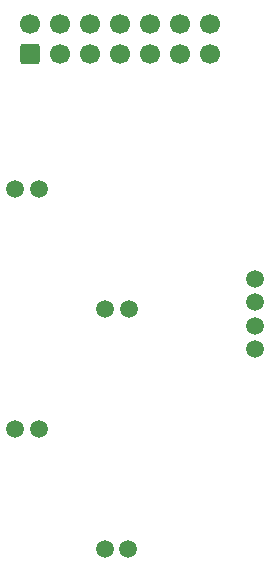
<source format=gbr>
%TF.GenerationSoftware,KiCad,Pcbnew,8.0.3*%
%TF.CreationDate,2024-07-16T15:02:39-04:00*%
%TF.ProjectId,Pheripheral-Scout,50686572-6970-4686-9572-616c2d53636f,rev?*%
%TF.SameCoordinates,Original*%
%TF.FileFunction,Soldermask,Top*%
%TF.FilePolarity,Negative*%
%FSLAX46Y46*%
G04 Gerber Fmt 4.6, Leading zero omitted, Abs format (unit mm)*
G04 Created by KiCad (PCBNEW 8.0.3) date 2024-07-16 15:02:39*
%MOMM*%
%LPD*%
G01*
G04 APERTURE LIST*
G04 Aperture macros list*
%AMRoundRect*
0 Rectangle with rounded corners*
0 $1 Rounding radius*
0 $2 $3 $4 $5 $6 $7 $8 $9 X,Y pos of 4 corners*
0 Add a 4 corners polygon primitive as box body*
4,1,4,$2,$3,$4,$5,$6,$7,$8,$9,$2,$3,0*
0 Add four circle primitives for the rounded corners*
1,1,$1+$1,$2,$3*
1,1,$1+$1,$4,$5*
1,1,$1+$1,$6,$7*
1,1,$1+$1,$8,$9*
0 Add four rect primitives between the rounded corners*
20,1,$1+$1,$2,$3,$4,$5,0*
20,1,$1+$1,$4,$5,$6,$7,0*
20,1,$1+$1,$6,$7,$8,$9,0*
20,1,$1+$1,$8,$9,$2,$3,0*%
G04 Aperture macros list end*
%ADD10C,1.500000*%
%ADD11RoundRect,0.250000X0.600000X-0.600000X0.600000X0.600000X-0.600000X0.600000X-0.600000X-0.600000X0*%
%ADD12C,1.700000*%
G04 APERTURE END LIST*
D10*
%TO.C,J5*%
X124460000Y-93980000D03*
X124460000Y-95980000D03*
X124460000Y-97980000D03*
X124460000Y-99980000D03*
%TD*%
%TO.C,J2*%
X104180000Y-106680000D03*
X106180000Y-106680000D03*
%TD*%
%TO.C,J3*%
X111800000Y-96520000D03*
X113800000Y-96520000D03*
%TD*%
D11*
%TO.C,J6*%
X105410000Y-74930000D03*
D12*
X105410000Y-72390000D03*
X107950000Y-74930000D03*
X107950000Y-72390000D03*
X110490000Y-74930000D03*
X110490000Y-72390000D03*
X113030000Y-74930000D03*
X113030000Y-72390000D03*
X115570000Y-74930000D03*
X115570000Y-72390000D03*
X118110000Y-74930000D03*
X118110000Y-72390000D03*
X120650000Y-74930000D03*
X120650000Y-72390000D03*
%TD*%
D10*
%TO.C,J4*%
X111760000Y-116840000D03*
X113760000Y-116840000D03*
%TD*%
%TO.C,J1*%
X104180000Y-86360000D03*
X106180000Y-86360000D03*
%TD*%
M02*

</source>
